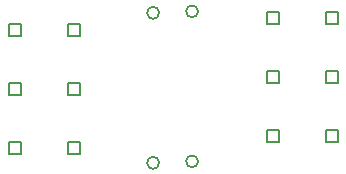
<source format=gbr>
%TF.GenerationSoftware,Altium Limited,Altium Designer,24.7.2 (38)*%
G04 Layer_Color=2752767*
%FSLAX43Y43*%
%MOMM*%
%TF.SameCoordinates,D15D1D2A-FCB6-4C81-826D-5CEFA5F89A76*%
%TF.FilePolarity,Positive*%
%TF.FileFunction,Drawing*%
%TF.Part,Single*%
G01*
G75*
%TA.AperFunction,NonConductor*%
%ADD19C,0.169*%
%ADD21C,0.127*%
D19*
X19945Y15054D02*
G03*
X19945Y15054I-508J0D01*
G01*
Y2354D02*
G03*
X19945Y2354I-508J0D01*
G01*
X16643Y2227D02*
G03*
X16643Y2227I-508J0D01*
G01*
Y14927D02*
G03*
X16643Y14927I-508J0D01*
G01*
D21*
X25742Y3992D02*
Y5008D01*
X26758D01*
Y3992D01*
X25742D01*
Y8992D02*
Y10008D01*
X26758D01*
Y8992D01*
X25742D01*
X30742Y3992D02*
Y5008D01*
X31758D01*
Y3992D01*
X30742D01*
Y8992D02*
Y10008D01*
X31758D01*
Y8992D01*
X30742D01*
Y13992D02*
Y15008D01*
X31758D01*
Y13992D01*
X30742D01*
X25742D02*
Y15008D01*
X26758D01*
Y13992D01*
X25742D01*
X8937Y12950D02*
Y13966D01*
X9953D01*
Y12950D01*
X8937D01*
Y7950D02*
Y8966D01*
X9953D01*
Y7950D01*
X8937D01*
X3937Y12950D02*
Y13966D01*
X4953D01*
Y12950D01*
X3937D01*
Y7950D02*
Y8966D01*
X4953D01*
Y7950D01*
X3937D01*
Y2950D02*
Y3966D01*
X4953D01*
Y2950D01*
X3937D01*
X8937D02*
Y3966D01*
X9953D01*
Y2950D01*
X8937D01*
%TF.MD5,69e312048588ee7e8b725fc92015d2db*%
M02*

</source>
